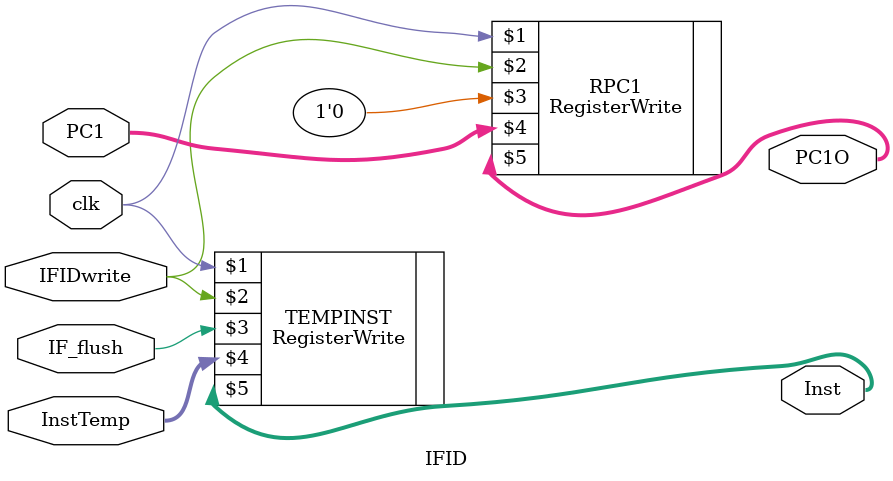
<source format=v>
module IFID(input [31:0] PC1, InstTemp, input IFIDwrite, IF_flush, clk, output [31:0] PC1O, Inst);

	RegisterWrite RPC1(clk, IFIDwrite, 1'b0, PC1, PC1O);
	RegisterWrite TEMPINST(clk, IFIDwrite, IF_flush, InstTemp, Inst);

endmodule	

</source>
